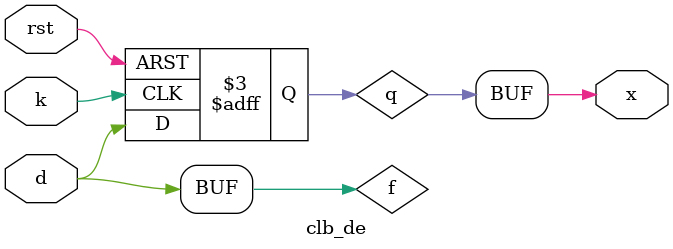
<source format=v>
module clb_de(
	input d,
	input k,
	input rst,
	output x
);

	wire f;
	reg q;
	
	assign f = d;
	
	always @(posedge k, negedge rst) begin
		if (rst == 1'b0) begin
			q <= 1'b0;
		end else begin
			q <= f;
		end
	end
	
	assign x = q;

endmodule
	
</source>
